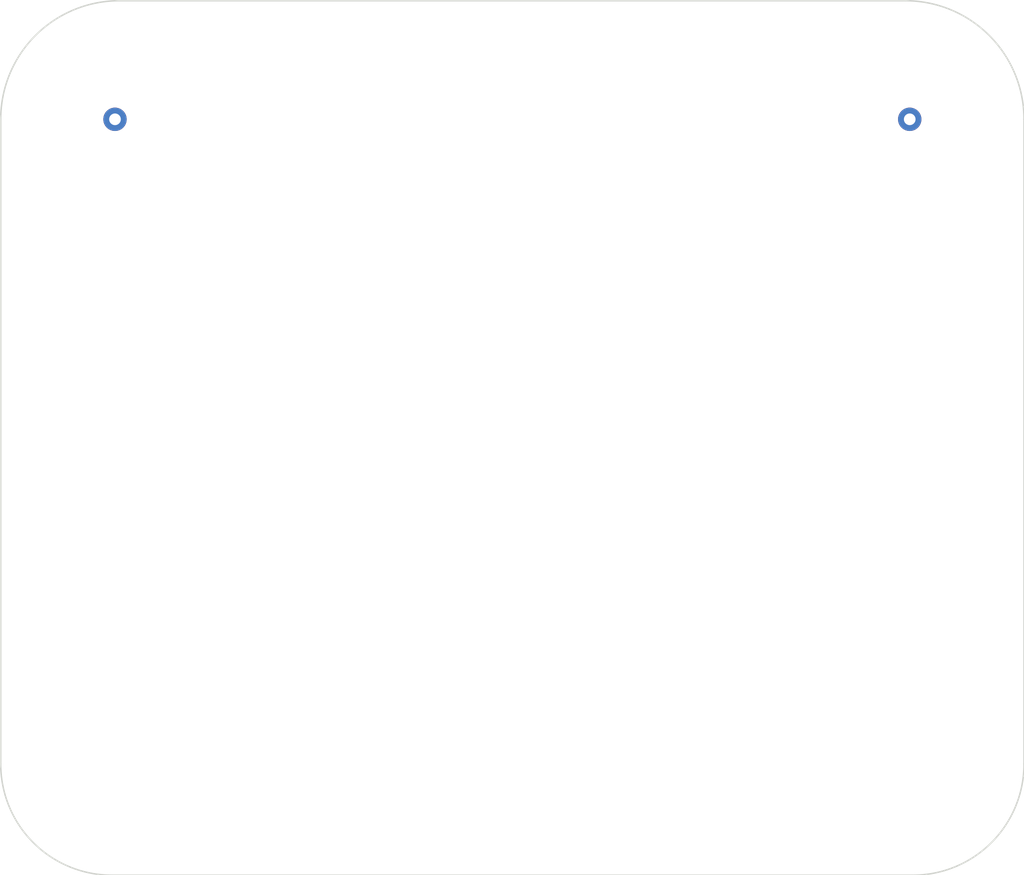
<source format=kicad_pcb>
(kicad_pcb (version 20171130) (host pcbnew "(5.1.6)-1")

  (general
    (thickness 1.6)
    (drawings 16)
    (tracks 2)
    (zones 0)
    (modules 0)
    (nets 1)
  )

  (page A4)
  (layers
    (0 F.Cu signal)
    (31 B.Cu signal hide)
    (32 B.Adhes user hide)
    (33 F.Adhes user hide)
    (34 B.Paste user hide)
    (35 F.Paste user hide)
    (36 B.SilkS user)
    (37 F.SilkS user)
    (38 B.Mask user hide)
    (39 F.Mask user)
    (40 Dwgs.User user)
    (41 Cmts.User user hide)
    (42 Eco1.User user hide)
    (43 Eco2.User user hide)
    (44 Edge.Cuts user)
    (45 Margin user hide)
    (46 B.CrtYd user hide)
    (47 F.CrtYd user hide)
    (48 B.Fab user hide)
    (49 F.Fab user hide)
  )

  (setup
    (last_trace_width 0.25)
    (user_trace_width 0.3)
    (user_trace_width 0.4)
    (user_trace_width 0.5)
    (user_trace_width 1)
    (trace_clearance 0.2)
    (zone_clearance 0.508)
    (zone_45_only no)
    (trace_min 0.2)
    (via_size 0.8)
    (via_drill 0.4)
    (via_min_size 0.4)
    (via_min_drill 0.3)
    (uvia_size 0.3)
    (uvia_drill 0.1)
    (uvias_allowed no)
    (uvia_min_size 0.2)
    (uvia_min_drill 0.1)
    (edge_width 0.05)
    (segment_width 0.2)
    (pcb_text_width 0.3)
    (pcb_text_size 1.5 1.5)
    (mod_edge_width 0.12)
    (mod_text_size 1 1)
    (mod_text_width 0.15)
    (pad_size 0.5 0.5)
    (pad_drill 0.5)
    (pad_to_mask_clearance 0.05)
    (aux_axis_origin 0 0)
    (visible_elements 7FFFFFFF)
    (pcbplotparams
      (layerselection 0x01100_7fffffff)
      (usegerberextensions false)
      (usegerberattributes true)
      (usegerberadvancedattributes true)
      (creategerberjobfile true)
      (excludeedgelayer true)
      (linewidth 0.100000)
      (plotframeref false)
      (viasonmask false)
      (mode 1)
      (useauxorigin false)
      (hpglpennumber 1)
      (hpglpenspeed 20)
      (hpglpendiameter 15.000000)
      (psnegative false)
      (psa4output false)
      (plotreference true)
      (plotvalue true)
      (plotinvisibletext false)
      (padsonsilk false)
      (subtractmaskfromsilk false)
      (outputformat 1)
      (mirror false)
      (drillshape 0)
      (scaleselection 1)
      (outputdirectory "../Gerber/"))
  )

  (net 0 "")

  (net_class Default "This is the default net class."
    (clearance 0.2)
    (trace_width 0.25)
    (via_dia 0.8)
    (via_drill 0.4)
    (uvia_dia 0.3)
    (uvia_drill 0.1)
  )

  (gr_line (start 69.56 -90.83) (end 69.16 -91.12) (layer Dwgs.User) (width 1) (tstamp 604F5543))
  (gr_line (start 65.79 -90.83) (end 66.2 -91.21) (layer Dwgs.User) (width 1) (tstamp 604F5543))
  (gr_line (start 66.17 -94.33) (end 65.77 -94.61) (layer Dwgs.User) (width 1) (tstamp 604F5543))
  (gr_line (start 69.26 -94.3) (end 69.7 -94.67) (layer Dwgs.User) (width 1))
  (gr_line (start 66.064 -94.424) (end 66.064 -91.064) (layer Dwgs.User) (width 1))
  (gr_line (start 69.414 -94.424) (end 66.064 -94.424) (layer Dwgs.User) (width 1))
  (gr_line (start 69.414 -91.064) (end 69.414 -94.424) (layer Dwgs.User) (width 1))
  (gr_line (start 66.064 -91.064) (end 69.414 -91.064) (layer Dwgs.User) (width 1))
  (gr_arc (start 52.922 -77.026) (end 49.112 -77.026) (angle -90) (layer Edge.Cuts) (width 0.05))
  (gr_arc (start 80.354 -77.026) (end 80.354 -73.216) (angle -90) (layer Edge.Cuts) (width 0.05))
  (gr_arc (start 53.176 -99.124) (end 53.176 -103.188) (angle -90) (layer Edge.Cuts) (width 0.05))
  (gr_arc (start 80.1 -99.124) (end 84.164 -99.124) (angle -90) (layer Edge.Cuts) (width 0.05))
  (gr_line (start 49.112 -77.026) (end 49.112 -99.124) (layer Edge.Cuts) (width 0.05) (tstamp 5F81F002))
  (gr_line (start 80.354 -73.216) (end 52.922 -73.216) (layer Edge.Cuts) (width 0.05))
  (gr_line (start 84.164 -99.124) (end 84.164 -77.026) (layer Edge.Cuts) (width 0.05))
  (gr_line (start 53.176 -103.188) (end 80.1 -103.188) (layer Edge.Cuts) (width 0.05))

  (via (at 53.026 -99.124) (size 0.8) (drill 0.4) (layers F.Cu B.Cu) (net 0))
  (via (at 80.25 -99.124) (size 0.8) (drill 0.4) (layers F.Cu B.Cu) (net 0))

)

</source>
